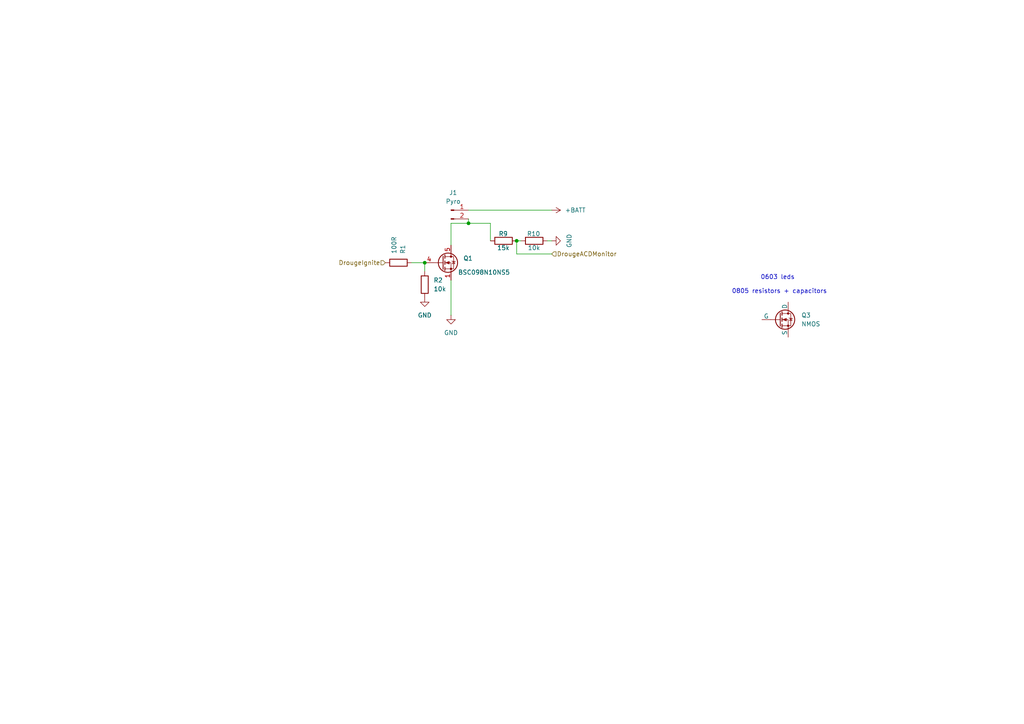
<source format=kicad_sch>
(kicad_sch (version 20250114) (generator "eeschema") (generator_version "9.0")
  (paper "A4")
  (lib_symbols
    (symbol "Connector:Conn_01x02_Pin" (pin_names (offset 1.016) (hide yes))
      (property "Reference" "J" (at 0 2.54 0))
      (property "Value" "Conn_01x02_Pin" (at 0 -5.08 0))
      (symbol "Conn_01x02_Pin_1_1"
        (rectangle (start 0.8636 0.127) (end 0 -0.127) (stroke (width 0.1524)) (fill (type outline)))
        (rectangle (start 0.8636 -2.413) (end 0 -2.667) (stroke (width 0.1524)) (fill (type outline)))
        (polyline (pts (xy 1.27 0) (xy 0.8636 0)) (stroke (width 0.1524)))
        (polyline (pts (xy 1.27 -2.54) (xy 0.8636 -2.54)) (stroke (width 0.1524)))
        (pin passive line (at 5.08 0 180) (length 3.81) (name "Pin_1") (number "1"))
        (pin passive line (at 5.08 -2.54 180) (length 3.81) (name "Pin_2") (number "2"))
      )
    )
    (symbol "Device:R" (pin_numbers (hide yes)) (pin_names (offset 0))
      (property "Reference" "R" (at 2.032 0 90))
      (property "Value" "R" (at 0 0 90))
      (symbol "R_0_1"
        (rectangle (start -1.016 -2.54) (end 1.016 2.54) (stroke (width 0.254)))
      )
      (symbol "R_1_1"
        (pin passive line (at 0 3.81 270) (length 1.27) (name "~") (number "1"))
        (pin passive line (at 0 -3.81 90) (length 1.27) (name "~") (number "2"))
      )
    )
    (symbol "Simulation_SPICE:NMOS" (pin_numbers (hide yes)) (pin_names (offset 0))
      (property "Reference" "Q" (at 5.08 1.27 0))
      (property "Value" "NMOS" (at 5.08 -1.27 0))
      (symbol "NMOS_0_1"
        (polyline (pts (xy 0.254 1.905) (xy 0.254 -1.905)) (stroke (width 0.254)))
        (polyline (pts (xy 0.254 0) (xy -2.54 0)))
        (polyline (pts (xy 0.762 2.286) (xy 0.762 1.27)) (stroke (width 0.254)))
        (polyline (pts (xy 0.762 0.508) (xy 0.762 -0.508)) (stroke (width 0.254)))
        (polyline (pts (xy 0.762 -1.27) (xy 0.762 -2.286)) (stroke (width 0.254)))
        (polyline (pts (xy 0.762 -1.778) (xy 3.302 -1.778) (xy 3.302 1.778) (xy 0.762 1.778)))
        (polyline (pts (xy 1.016 0) (xy 2.032 0.381) (xy 2.032 -0.381) (xy 1.016 0)) (fill (type outline)))
        (circle (center 1.651 0) (radius 2.794) (stroke (width 0.254)))
        (polyline (pts (xy 2.54 2.54) (xy 2.54 1.778)))
        (circle (center 2.54 1.778) (radius 0.254) (fill (type outline)))
        (circle (center 2.54 -1.778) (radius 0.254) (fill (type outline)))
        (polyline (pts (xy 2.54 -2.54) (xy 2.54 0) (xy 0.762 0)))
        (polyline (pts (xy 2.794 0.508) (xy 2.921 0.381) (xy 3.683 0.381) (xy 3.81 0.254)))
        (polyline (pts (xy 3.302 0.381) (xy 2.921 -0.254) (xy 3.683 -0.254) (xy 3.302 0.381)))
      )
      (symbol "NMOS_1_1"
        (pin input line (at -5.08 0 0) (length 2.54) (name "G") (number "2"))
        (pin passive line (at 2.54 5.08 270) (length 2.54) (name "D") (number "1"))
        (pin passive line (at 2.54 -5.08 90) (length 2.54) (name "S") (number "3"))
      )
    )
    (symbol "Transistor_FET:BSC098N10NS5" (pin_names (hide yes))
      (property "Reference" "Q" (at 5.08 1.905 0))
      (property "Value" "BSC098N10NS5" (at 5.08 0 0))
      (symbol "BSC098N10NS5_0_1"
        (polyline (pts (xy 0.254 1.905) (xy 0.254 -1.905)) (stroke (width 0.254)))
        (polyline (pts (xy 0.254 0) (xy -2.54 0)))
        (polyline (pts (xy 0.762 2.286) (xy 0.762 1.27)) (stroke (width 0.254)))
        (polyline (pts (xy 0.762 0.508) (xy 0.762 -0.508)) (stroke (width 0.254)))
        (polyline (pts (xy 0.762 -1.27) (xy 0.762 -2.286)) (stroke (width 0.254)))
        (polyline (pts (xy 0.762 -1.778) (xy 3.302 -1.778) (xy 3.302 1.778) (xy 0.762 1.778)))
        (polyline (pts (xy 1.016 0) (xy 2.032 0.381) (xy 2.032 -0.381) (xy 1.016 0)) (fill (type outline)))
        (circle (center 1.651 0) (radius 2.794) (stroke (width 0.254)))
        (polyline (pts (xy 2.54 2.54) (xy 2.54 1.778)))
        (circle (center 2.54 1.778) (radius 0.254) (fill (type outline)))
        (circle (center 2.54 -1.778) (radius 0.254) (fill (type outline)))
        (polyline (pts (xy 2.54 -2.54) (xy 2.54 0) (xy 0.762 0)))
        (polyline (pts (xy 2.794 0.508) (xy 2.921 0.381) (xy 3.683 0.381) (xy 3.81 0.254)))
        (polyline (pts (xy 3.302 0.381) (xy 2.921 -0.254) (xy 3.683 -0.254) (xy 3.302 0.381)))
      )
      (symbol "BSC098N10NS5_1_1"
        (pin passive line (at -5.08 0 0) (length 2.54) (name "G") (number "4"))
        (pin passive line (at 2.54 5.08 270) (length 2.54) (name "D") (number "5"))
        (pin passive line (at 2.54 -5.08 90) (length 2.54) (name "S") (number "1"))
        (pin passive line (at 2.54 -5.08 90) (length 2.54) (hide yes) (name "S") (number "2"))
        (pin passive line (at 2.54 -5.08 90) (length 2.54) (hide yes) (name "S") (number "3"))
      )
    )
    (symbol "power:+BATT" (power) (pin_numbers (hide yes)) (pin_names (offset 0) (hide yes))
      (property "Value" "+BATT" (at 0 3.556 0))
      (symbol "+BATT_0_1"
        (polyline (pts (xy -0.762 1.27) (xy 0 2.54)))
        (polyline (pts (xy 0 2.54) (xy 0.762 1.27)))
        (polyline (pts (xy 0 0) (xy 0 2.54)))
      )
      (symbol "+BATT_1_1"
        (pin power_in line (at 0 0 90) (length 0) (name "~") (number "1"))
      )
    )
    (symbol "power:GND" (power) (pin_numbers (hide yes)) (pin_names (offset 0) (hide yes))
      (property "Value" "GND" (at 0 -3.81 0))
      (symbol "GND_0_1"
        (polyline (pts (xy 0 0) (xy 0 -1.27) (xy 1.27 -1.27) (xy 0 -2.54) (xy -1.27 -1.27) (xy 0 -1.27)))
      )
      (symbol "GND_1_1"
        (pin power_in line (at 0 0 270) (length 0) (name "~") (number "1"))
      )
    )
  )
  (text "0603 leds\n" (at 225.552 80.518 0) (effects (font (size 1.27 1.27))))
  (text "0805 resistors + capacitors\n" (at 226.06 84.582 0) (effects (font (size 1.27 1.27))))
  (junction (at 123.19 76.2))
  (junction (at 149.86 69.85))
  (junction (at 135.89 64.77))
  (wire (pts (xy 149.86 73.66) (xy 149.86 69.85)))
  (wire (pts (xy 160.02 73.66) (xy 149.86 73.66)))
  (wire (pts (xy 158.75 69.85) (xy 160.02 69.85)))
  (wire (pts (xy 130.81 81.28) (xy 130.81 91.44)))
  (wire (pts (xy 149.86 69.85) (xy 151.13 69.85)))
  (wire (pts (xy 130.81 64.77) (xy 130.81 71.12)))
  (wire (pts (xy 142.24 64.77) (xy 142.24 69.85)))
  (wire (pts (xy 142.24 64.77) (xy 135.89 64.77)))
  (wire (pts (xy 123.19 76.2) (xy 123.19 78.74)))
  (wire (pts (xy 160.02 60.96) (xy 135.89 60.96)))
  (wire (pts (xy 130.81 64.77) (xy 135.89 64.77)))
  (wire (pts (xy 119.38 76.2) (xy 123.19 76.2)))
  (wire (pts (xy 135.89 64.77) (xy 135.89 63.5)))
  (hierarchical_label "DrougeACDMonitor" (shape input) (at 160.02 73.66 0))
  (hierarchical_label "DrougeIgnite" (shape input) (at 111.76 76.2 180))
  (symbol (lib_id "Simulation_SPICE:NMOS") (at 226.06 92.71 0) (unit 1)
    (property "Reference" "Q3" (at 232.41 91.4399 0) (effects (justify left)))
    (property "Value" "NMOS" (at 232.41 93.9799 0) (effects (justify left)))
    (property "Datasheet" "https://ngspice.sourceforge.io/docs/ngspice-html-manual/manual.xhtml#cha_MOSFETs" (effects (hide yes)))
    (property "Description" "N-MOSFET transistor, drain/source/gate" (effects (hide yes)))
    (property "Sim.Device" "NMOS" (effects (hide yes)))
    (property "Sim.Type" "VDMOS" (effects (hide yes)))
    (property "Sim.Pins" "1=D 2=G 3=S" (effects (hide yes)))
  )
  (symbol (lib_id "power:GND") (at 130.81 91.44 0) (unit 1)
    (property "Reference" "#PWR04" (effects (hide yes)))
    (property "Value" "GND" (at 130.81 96.52 0))
    (property "Description" "Power symbol creates a global label with name \"GND\" , ground" (effects (hide yes)))
  )
  (symbol (lib_id "Device:R") (at 146.05 69.85 90) (unit 1)
    (property "Reference" "R9" (at 147.32 67.818 90) (effects (justify left)))
    (property "Value" "15k" (at 147.828 71.882 90) (effects (justify left)))
    (property "Footprint" "Resistor_SMD:R_0805_2012Metric" (effects (hide yes)))
    (property "Description" "Resistor" (effects (hide yes)))
  )
  (symbol (lib_id "Transistor_FET:BSC098N10NS5") (at 128.27 76.2 0) (unit 1)
    (property "Reference" "Q1" (at 134.366 74.93 0) (effects (justify left)))
    (property "Value" "BSC098N10NS5" (at 132.842 78.994 0) (effects (justify left)))
    (property "Footprint" "Package_TO_SOT_SMD:SOT-23-5" (effects (hide yes)))
    (property "Datasheet" "http://www.infineon.com/dgdl/Infineon-BSC098N10NS5-DS-v02_00-EN.pdf?fileId=5546d4624ad04ef9014ae95ab4221bfd" (effects (hide yes)))
    (property "Description" "60A Id, 100V Vds, OptiMOS N-Channel Power MOSFET, 9.8mOhm Ron, Qg (typ) 22.0nC, PG-TDSON-8" (effects (hide yes)))
  )
  (symbol (lib_id "Device:R") (at 115.57 76.2 270) (mirror x) (unit 1)
    (property "Reference" "R1" (at 116.8401 73.66 0) (effects (justify left)))
    (property "Value" "100R" (at 114.3001 73.66 0) (effects (justify left)))
    (property "Footprint" "Resistor_SMD:R_0805_2012Metric" (effects (hide yes)))
    (property "Description" "Resistor" (effects (hide yes)))
  )
  (symbol (lib_id "Device:R") (at 123.19 82.55 0) (unit 1)
    (property "Reference" "R2" (at 125.73 81.2799 0) (effects (justify left)))
    (property "Value" "10k" (at 125.73 83.8199 0) (effects (justify left)))
    (property "Footprint" "Resistor_SMD:R_0805_2012Metric" (effects (hide yes)))
    (property "Description" "Resistor" (effects (hide yes)))
  )
  (symbol (lib_id "power:GND") (at 160.02 69.85 90) (unit 1)
    (property "Reference" "#PWR06" (effects (hide yes)))
    (property "Value" "GND" (at 165.1 69.85 0))
    (property "Description" "Power symbol creates a global label with name \"GND\" , ground" (effects (hide yes)))
  )
  (symbol (lib_id "power:+BATT") (at 160.02 60.96 270) (unit 1)
    (property "Reference" "#PWR03" (effects (hide yes)))
    (property "Value" "+BATT" (at 163.83 60.9599 90) (effects (justify left)))
    (property "Description" "Power symbol creates a global label with name \"+BATT\"" (effects (hide yes)))
  )
  (symbol (lib_id "Device:R") (at 154.94 69.85 90) (unit 1)
    (property "Reference" "R10" (at 156.718 67.818 90) (effects (justify left)))
    (property "Value" "10k" (at 156.718 71.882 90) (effects (justify left)))
    (property "Footprint" "Resistor_SMD:R_0805_2012Metric" (effects (hide yes)))
    (property "Description" "Resistor" (effects (hide yes)))
  )
  (symbol (lib_id "power:GND") (at 123.19 86.36 0) (unit 1)
    (property "Reference" "#PWR01" (effects (hide yes)))
    (property "Value" "GND" (at 123.19 91.44 0))
    (property "Description" "Power symbol creates a global label with name \"GND\" , ground" (effects (hide yes)))
  )
  (symbol (lib_id "Connector:Conn_01x02_Pin") (at 130.81 60.96 0) (unit 1)
    (property "Reference" "J1" (at 131.445 55.88 0))
    (property "Value" "Pyro" (at 131.445 58.42 0))
    (property "Footprint" "Connector_Molex:Molex_KK-254_AE-6410-02A_1x02_P2.54mm_Vertical" (effects (hide yes)))
    (property "Description" "Generic connector, single row, 01x02, script generated" (effects (hide yes)))
  )
)
</source>
